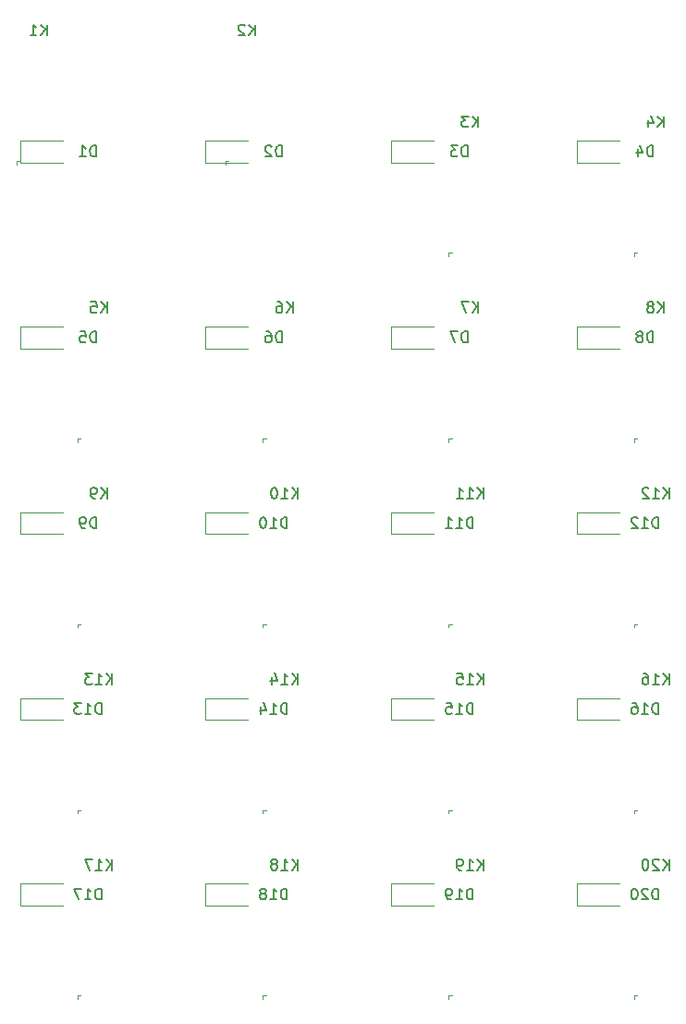
<source format=gbo>
%TF.GenerationSoftware,KiCad,Pcbnew,(5.1.10)-1*%
%TF.CreationDate,2021-08-08T16:05:11+01:00*%
%TF.ProjectId,bongopad,626f6e67-6f70-4616-942e-6b696361645f,1*%
%TF.SameCoordinates,PXb71b00PYb71b00*%
%TF.FileFunction,Legend,Bot*%
%TF.FilePolarity,Positive*%
%FSLAX46Y46*%
G04 Gerber Fmt 4.6, Leading zero omitted, Abs format (unit mm)*
G04 Created by KiCad (PCBNEW (5.1.10)-1) date 2021-08-08 16:05:11*
%MOMM*%
%LPD*%
G01*
G04 APERTURE LIST*
%ADD10C,0.120000*%
%ADD11C,0.150000*%
G04 APERTURE END LIST*
D10*
%TO.C,D20*%
X80100000Y-82200000D02*
X80100000Y-80200000D01*
X80100000Y-80200000D02*
X84000000Y-80200000D01*
X80100000Y-82200000D02*
X84000000Y-82200000D01*
%TO.C,D19*%
X63100000Y-82200000D02*
X63100000Y-80200000D01*
X63100000Y-80200000D02*
X67000000Y-80200000D01*
X63100000Y-82200000D02*
X67000000Y-82200000D01*
%TO.C,D18*%
X46100000Y-82200000D02*
X46100000Y-80200000D01*
X46100000Y-80200000D02*
X50000000Y-80200000D01*
X46100000Y-82200000D02*
X50000000Y-82200000D01*
%TO.C,D17*%
X29100000Y-82200000D02*
X29100000Y-80200000D01*
X29100000Y-80200000D02*
X33000000Y-80200000D01*
X29100000Y-82200000D02*
X33000000Y-82200000D01*
%TO.C,D16*%
X80100000Y-65200000D02*
X80100000Y-63200000D01*
X80100000Y-63200000D02*
X84000000Y-63200000D01*
X80100000Y-65200000D02*
X84000000Y-65200000D01*
%TO.C,D15*%
X63100000Y-65200000D02*
X63100000Y-63200000D01*
X63100000Y-63200000D02*
X67000000Y-63200000D01*
X63100000Y-65200000D02*
X67000000Y-65200000D01*
%TO.C,D14*%
X46100000Y-65200000D02*
X46100000Y-63200000D01*
X46100000Y-63200000D02*
X50000000Y-63200000D01*
X46100000Y-65200000D02*
X50000000Y-65200000D01*
%TO.C,D13*%
X29100000Y-65200000D02*
X29100000Y-63200000D01*
X29100000Y-63200000D02*
X33000000Y-63200000D01*
X29100000Y-65200000D02*
X33000000Y-65200000D01*
%TO.C,D12*%
X80100000Y-48200000D02*
X80100000Y-46200000D01*
X80100000Y-46200000D02*
X84000000Y-46200000D01*
X80100000Y-48200000D02*
X84000000Y-48200000D01*
%TO.C,D11*%
X63100000Y-48200000D02*
X63100000Y-46200000D01*
X63100000Y-46200000D02*
X67000000Y-46200000D01*
X63100000Y-48200000D02*
X67000000Y-48200000D01*
%TO.C,D10*%
X46100000Y-48200000D02*
X46100000Y-46200000D01*
X46100000Y-46200000D02*
X50000000Y-46200000D01*
X46100000Y-48200000D02*
X50000000Y-48200000D01*
%TO.C,D9*%
X29100000Y-48200000D02*
X29100000Y-46200000D01*
X29100000Y-46200000D02*
X33000000Y-46200000D01*
X29100000Y-48200000D02*
X33000000Y-48200000D01*
%TO.C,D8*%
X80100000Y-31200000D02*
X80100000Y-29200000D01*
X80100000Y-29200000D02*
X84000000Y-29200000D01*
X80100000Y-31200000D02*
X84000000Y-31200000D01*
%TO.C,D7*%
X63100000Y-31200000D02*
X63100000Y-29200000D01*
X63100000Y-29200000D02*
X67000000Y-29200000D01*
X63100000Y-31200000D02*
X67000000Y-31200000D01*
%TO.C,D6*%
X46100000Y-31200000D02*
X46100000Y-29200000D01*
X46100000Y-29200000D02*
X50000000Y-29200000D01*
X46100000Y-31200000D02*
X50000000Y-31200000D01*
%TO.C,D5*%
X29100000Y-31200000D02*
X29100000Y-29200000D01*
X29100000Y-29200000D02*
X33000000Y-29200000D01*
X29100000Y-31200000D02*
X33000000Y-31200000D01*
%TO.C,D4*%
X80100000Y-14200000D02*
X80100000Y-12200000D01*
X80100000Y-12200000D02*
X84000000Y-12200000D01*
X80100000Y-14200000D02*
X84000000Y-14200000D01*
%TO.C,D3*%
X63100000Y-14200000D02*
X63100000Y-12200000D01*
X63100000Y-12200000D02*
X67000000Y-12200000D01*
X63100000Y-14200000D02*
X67000000Y-14200000D01*
%TO.C,D2*%
X46100000Y-14200000D02*
X46100000Y-12200000D01*
X46100000Y-12200000D02*
X50000000Y-12200000D01*
X46100000Y-14200000D02*
X50000000Y-14200000D01*
%TO.C,D1*%
X29100000Y-14200000D02*
X29100000Y-12200000D01*
X29100000Y-12200000D02*
X33000000Y-12200000D01*
X29100000Y-14200000D02*
X33000000Y-14200000D01*
%TO.C,K1*%
X29135000Y-14065000D02*
X28835000Y-14065000D01*
X28835000Y-14065000D02*
X28835000Y-14365000D01*
%TO.C,K2*%
X48200000Y-14070000D02*
X47900000Y-14070000D01*
X47900000Y-14070000D02*
X47900000Y-14370000D01*
%TO.C,K6*%
X51650000Y-39450000D02*
X51350000Y-39450000D01*
X51350000Y-39450000D02*
X51350000Y-39750000D01*
%TO.C,K8*%
X85650000Y-39450000D02*
X85350000Y-39450000D01*
X85350000Y-39450000D02*
X85350000Y-39750000D01*
%TO.C,K10*%
X51650000Y-56450000D02*
X51350000Y-56450000D01*
X51350000Y-56450000D02*
X51350000Y-56750000D01*
%TO.C,K3*%
X68650000Y-22450000D02*
X68350000Y-22450000D01*
X68350000Y-22450000D02*
X68350000Y-22750000D01*
%TO.C,K4*%
X85650000Y-22450000D02*
X85350000Y-22450000D01*
X85350000Y-22450000D02*
X85350000Y-22750000D01*
%TO.C,K5*%
X34650000Y-39450000D02*
X34350000Y-39450000D01*
X34350000Y-39450000D02*
X34350000Y-39750000D01*
%TO.C,K7*%
X68650000Y-39450000D02*
X68350000Y-39450000D01*
X68350000Y-39450000D02*
X68350000Y-39750000D01*
%TO.C,K9*%
X34650000Y-56450000D02*
X34350000Y-56450000D01*
X34350000Y-56450000D02*
X34350000Y-56750000D01*
%TO.C,K13*%
X34650000Y-73450000D02*
X34350000Y-73450000D01*
X34350000Y-73450000D02*
X34350000Y-73750000D01*
%TO.C,K14*%
X51650000Y-73450000D02*
X51350000Y-73450000D01*
X51350000Y-73450000D02*
X51350000Y-73750000D01*
%TO.C,K15*%
X68650000Y-73450000D02*
X68350000Y-73450000D01*
X68350000Y-73450000D02*
X68350000Y-73750000D01*
%TO.C,K17*%
X34650000Y-90450000D02*
X34350000Y-90450000D01*
X34350000Y-90450000D02*
X34350000Y-90750000D01*
%TO.C,K18*%
X51650000Y-90450000D02*
X51350000Y-90450000D01*
X51350000Y-90450000D02*
X51350000Y-90750000D01*
%TO.C,K19*%
X68650000Y-90450000D02*
X68350000Y-90450000D01*
X68350000Y-90450000D02*
X68350000Y-90750000D01*
%TO.C,K20*%
X85650000Y-90450000D02*
X85350000Y-90450000D01*
X85350000Y-90450000D02*
X85350000Y-90750000D01*
%TO.C,K12*%
X85650000Y-56450000D02*
X85350000Y-56450000D01*
X85350000Y-56450000D02*
X85350000Y-56750000D01*
%TO.C,K11*%
X68650000Y-56450000D02*
X68350000Y-56450000D01*
X68350000Y-56450000D02*
X68350000Y-56750000D01*
%TO.C,K16*%
X85650000Y-73450000D02*
X85350000Y-73450000D01*
X85350000Y-73450000D02*
X85350000Y-73750000D01*
%TO.C,D20*%
D11*
X87564285Y-81652380D02*
X87564285Y-80652380D01*
X87326190Y-80652380D01*
X87183333Y-80700000D01*
X87088095Y-80795238D01*
X87040476Y-80890476D01*
X86992857Y-81080952D01*
X86992857Y-81223809D01*
X87040476Y-81414285D01*
X87088095Y-81509523D01*
X87183333Y-81604761D01*
X87326190Y-81652380D01*
X87564285Y-81652380D01*
X86611904Y-80747619D02*
X86564285Y-80700000D01*
X86469047Y-80652380D01*
X86230952Y-80652380D01*
X86135714Y-80700000D01*
X86088095Y-80747619D01*
X86040476Y-80842857D01*
X86040476Y-80938095D01*
X86088095Y-81080952D01*
X86659523Y-81652380D01*
X86040476Y-81652380D01*
X85421428Y-80652380D02*
X85326190Y-80652380D01*
X85230952Y-80700000D01*
X85183333Y-80747619D01*
X85135714Y-80842857D01*
X85088095Y-81033333D01*
X85088095Y-81271428D01*
X85135714Y-81461904D01*
X85183333Y-81557142D01*
X85230952Y-81604761D01*
X85326190Y-81652380D01*
X85421428Y-81652380D01*
X85516666Y-81604761D01*
X85564285Y-81557142D01*
X85611904Y-81461904D01*
X85659523Y-81271428D01*
X85659523Y-81033333D01*
X85611904Y-80842857D01*
X85564285Y-80747619D01*
X85516666Y-80700000D01*
X85421428Y-80652380D01*
%TO.C,D19*%
X70564285Y-81652380D02*
X70564285Y-80652380D01*
X70326190Y-80652380D01*
X70183333Y-80700000D01*
X70088095Y-80795238D01*
X70040476Y-80890476D01*
X69992857Y-81080952D01*
X69992857Y-81223809D01*
X70040476Y-81414285D01*
X70088095Y-81509523D01*
X70183333Y-81604761D01*
X70326190Y-81652380D01*
X70564285Y-81652380D01*
X69040476Y-81652380D02*
X69611904Y-81652380D01*
X69326190Y-81652380D02*
X69326190Y-80652380D01*
X69421428Y-80795238D01*
X69516666Y-80890476D01*
X69611904Y-80938095D01*
X68564285Y-81652380D02*
X68373809Y-81652380D01*
X68278571Y-81604761D01*
X68230952Y-81557142D01*
X68135714Y-81414285D01*
X68088095Y-81223809D01*
X68088095Y-80842857D01*
X68135714Y-80747619D01*
X68183333Y-80700000D01*
X68278571Y-80652380D01*
X68469047Y-80652380D01*
X68564285Y-80700000D01*
X68611904Y-80747619D01*
X68659523Y-80842857D01*
X68659523Y-81080952D01*
X68611904Y-81176190D01*
X68564285Y-81223809D01*
X68469047Y-81271428D01*
X68278571Y-81271428D01*
X68183333Y-81223809D01*
X68135714Y-81176190D01*
X68088095Y-81080952D01*
%TO.C,D18*%
X53564285Y-81652380D02*
X53564285Y-80652380D01*
X53326190Y-80652380D01*
X53183333Y-80700000D01*
X53088095Y-80795238D01*
X53040476Y-80890476D01*
X52992857Y-81080952D01*
X52992857Y-81223809D01*
X53040476Y-81414285D01*
X53088095Y-81509523D01*
X53183333Y-81604761D01*
X53326190Y-81652380D01*
X53564285Y-81652380D01*
X52040476Y-81652380D02*
X52611904Y-81652380D01*
X52326190Y-81652380D02*
X52326190Y-80652380D01*
X52421428Y-80795238D01*
X52516666Y-80890476D01*
X52611904Y-80938095D01*
X51469047Y-81080952D02*
X51564285Y-81033333D01*
X51611904Y-80985714D01*
X51659523Y-80890476D01*
X51659523Y-80842857D01*
X51611904Y-80747619D01*
X51564285Y-80700000D01*
X51469047Y-80652380D01*
X51278571Y-80652380D01*
X51183333Y-80700000D01*
X51135714Y-80747619D01*
X51088095Y-80842857D01*
X51088095Y-80890476D01*
X51135714Y-80985714D01*
X51183333Y-81033333D01*
X51278571Y-81080952D01*
X51469047Y-81080952D01*
X51564285Y-81128571D01*
X51611904Y-81176190D01*
X51659523Y-81271428D01*
X51659523Y-81461904D01*
X51611904Y-81557142D01*
X51564285Y-81604761D01*
X51469047Y-81652380D01*
X51278571Y-81652380D01*
X51183333Y-81604761D01*
X51135714Y-81557142D01*
X51088095Y-81461904D01*
X51088095Y-81271428D01*
X51135714Y-81176190D01*
X51183333Y-81128571D01*
X51278571Y-81080952D01*
%TO.C,D17*%
X36564285Y-81652380D02*
X36564285Y-80652380D01*
X36326190Y-80652380D01*
X36183333Y-80700000D01*
X36088095Y-80795238D01*
X36040476Y-80890476D01*
X35992857Y-81080952D01*
X35992857Y-81223809D01*
X36040476Y-81414285D01*
X36088095Y-81509523D01*
X36183333Y-81604761D01*
X36326190Y-81652380D01*
X36564285Y-81652380D01*
X35040476Y-81652380D02*
X35611904Y-81652380D01*
X35326190Y-81652380D02*
X35326190Y-80652380D01*
X35421428Y-80795238D01*
X35516666Y-80890476D01*
X35611904Y-80938095D01*
X34707142Y-80652380D02*
X34040476Y-80652380D01*
X34469047Y-81652380D01*
%TO.C,D16*%
X87564285Y-64652380D02*
X87564285Y-63652380D01*
X87326190Y-63652380D01*
X87183333Y-63700000D01*
X87088095Y-63795238D01*
X87040476Y-63890476D01*
X86992857Y-64080952D01*
X86992857Y-64223809D01*
X87040476Y-64414285D01*
X87088095Y-64509523D01*
X87183333Y-64604761D01*
X87326190Y-64652380D01*
X87564285Y-64652380D01*
X86040476Y-64652380D02*
X86611904Y-64652380D01*
X86326190Y-64652380D02*
X86326190Y-63652380D01*
X86421428Y-63795238D01*
X86516666Y-63890476D01*
X86611904Y-63938095D01*
X85183333Y-63652380D02*
X85373809Y-63652380D01*
X85469047Y-63700000D01*
X85516666Y-63747619D01*
X85611904Y-63890476D01*
X85659523Y-64080952D01*
X85659523Y-64461904D01*
X85611904Y-64557142D01*
X85564285Y-64604761D01*
X85469047Y-64652380D01*
X85278571Y-64652380D01*
X85183333Y-64604761D01*
X85135714Y-64557142D01*
X85088095Y-64461904D01*
X85088095Y-64223809D01*
X85135714Y-64128571D01*
X85183333Y-64080952D01*
X85278571Y-64033333D01*
X85469047Y-64033333D01*
X85564285Y-64080952D01*
X85611904Y-64128571D01*
X85659523Y-64223809D01*
%TO.C,D15*%
X70564285Y-64652380D02*
X70564285Y-63652380D01*
X70326190Y-63652380D01*
X70183333Y-63700000D01*
X70088095Y-63795238D01*
X70040476Y-63890476D01*
X69992857Y-64080952D01*
X69992857Y-64223809D01*
X70040476Y-64414285D01*
X70088095Y-64509523D01*
X70183333Y-64604761D01*
X70326190Y-64652380D01*
X70564285Y-64652380D01*
X69040476Y-64652380D02*
X69611904Y-64652380D01*
X69326190Y-64652380D02*
X69326190Y-63652380D01*
X69421428Y-63795238D01*
X69516666Y-63890476D01*
X69611904Y-63938095D01*
X68135714Y-63652380D02*
X68611904Y-63652380D01*
X68659523Y-64128571D01*
X68611904Y-64080952D01*
X68516666Y-64033333D01*
X68278571Y-64033333D01*
X68183333Y-64080952D01*
X68135714Y-64128571D01*
X68088095Y-64223809D01*
X68088095Y-64461904D01*
X68135714Y-64557142D01*
X68183333Y-64604761D01*
X68278571Y-64652380D01*
X68516666Y-64652380D01*
X68611904Y-64604761D01*
X68659523Y-64557142D01*
%TO.C,D14*%
X53564285Y-64652380D02*
X53564285Y-63652380D01*
X53326190Y-63652380D01*
X53183333Y-63700000D01*
X53088095Y-63795238D01*
X53040476Y-63890476D01*
X52992857Y-64080952D01*
X52992857Y-64223809D01*
X53040476Y-64414285D01*
X53088095Y-64509523D01*
X53183333Y-64604761D01*
X53326190Y-64652380D01*
X53564285Y-64652380D01*
X52040476Y-64652380D02*
X52611904Y-64652380D01*
X52326190Y-64652380D02*
X52326190Y-63652380D01*
X52421428Y-63795238D01*
X52516666Y-63890476D01*
X52611904Y-63938095D01*
X51183333Y-63985714D02*
X51183333Y-64652380D01*
X51421428Y-63604761D02*
X51659523Y-64319047D01*
X51040476Y-64319047D01*
%TO.C,D13*%
X36564285Y-64652380D02*
X36564285Y-63652380D01*
X36326190Y-63652380D01*
X36183333Y-63700000D01*
X36088095Y-63795238D01*
X36040476Y-63890476D01*
X35992857Y-64080952D01*
X35992857Y-64223809D01*
X36040476Y-64414285D01*
X36088095Y-64509523D01*
X36183333Y-64604761D01*
X36326190Y-64652380D01*
X36564285Y-64652380D01*
X35040476Y-64652380D02*
X35611904Y-64652380D01*
X35326190Y-64652380D02*
X35326190Y-63652380D01*
X35421428Y-63795238D01*
X35516666Y-63890476D01*
X35611904Y-63938095D01*
X34707142Y-63652380D02*
X34088095Y-63652380D01*
X34421428Y-64033333D01*
X34278571Y-64033333D01*
X34183333Y-64080952D01*
X34135714Y-64128571D01*
X34088095Y-64223809D01*
X34088095Y-64461904D01*
X34135714Y-64557142D01*
X34183333Y-64604761D01*
X34278571Y-64652380D01*
X34564285Y-64652380D01*
X34659523Y-64604761D01*
X34707142Y-64557142D01*
%TO.C,D12*%
X87564285Y-47652380D02*
X87564285Y-46652380D01*
X87326190Y-46652380D01*
X87183333Y-46700000D01*
X87088095Y-46795238D01*
X87040476Y-46890476D01*
X86992857Y-47080952D01*
X86992857Y-47223809D01*
X87040476Y-47414285D01*
X87088095Y-47509523D01*
X87183333Y-47604761D01*
X87326190Y-47652380D01*
X87564285Y-47652380D01*
X86040476Y-47652380D02*
X86611904Y-47652380D01*
X86326190Y-47652380D02*
X86326190Y-46652380D01*
X86421428Y-46795238D01*
X86516666Y-46890476D01*
X86611904Y-46938095D01*
X85659523Y-46747619D02*
X85611904Y-46700000D01*
X85516666Y-46652380D01*
X85278571Y-46652380D01*
X85183333Y-46700000D01*
X85135714Y-46747619D01*
X85088095Y-46842857D01*
X85088095Y-46938095D01*
X85135714Y-47080952D01*
X85707142Y-47652380D01*
X85088095Y-47652380D01*
%TO.C,D11*%
X70564285Y-47652380D02*
X70564285Y-46652380D01*
X70326190Y-46652380D01*
X70183333Y-46700000D01*
X70088095Y-46795238D01*
X70040476Y-46890476D01*
X69992857Y-47080952D01*
X69992857Y-47223809D01*
X70040476Y-47414285D01*
X70088095Y-47509523D01*
X70183333Y-47604761D01*
X70326190Y-47652380D01*
X70564285Y-47652380D01*
X69040476Y-47652380D02*
X69611904Y-47652380D01*
X69326190Y-47652380D02*
X69326190Y-46652380D01*
X69421428Y-46795238D01*
X69516666Y-46890476D01*
X69611904Y-46938095D01*
X68088095Y-47652380D02*
X68659523Y-47652380D01*
X68373809Y-47652380D02*
X68373809Y-46652380D01*
X68469047Y-46795238D01*
X68564285Y-46890476D01*
X68659523Y-46938095D01*
%TO.C,D10*%
X53564285Y-47652380D02*
X53564285Y-46652380D01*
X53326190Y-46652380D01*
X53183333Y-46700000D01*
X53088095Y-46795238D01*
X53040476Y-46890476D01*
X52992857Y-47080952D01*
X52992857Y-47223809D01*
X53040476Y-47414285D01*
X53088095Y-47509523D01*
X53183333Y-47604761D01*
X53326190Y-47652380D01*
X53564285Y-47652380D01*
X52040476Y-47652380D02*
X52611904Y-47652380D01*
X52326190Y-47652380D02*
X52326190Y-46652380D01*
X52421428Y-46795238D01*
X52516666Y-46890476D01*
X52611904Y-46938095D01*
X51421428Y-46652380D02*
X51326190Y-46652380D01*
X51230952Y-46700000D01*
X51183333Y-46747619D01*
X51135714Y-46842857D01*
X51088095Y-47033333D01*
X51088095Y-47271428D01*
X51135714Y-47461904D01*
X51183333Y-47557142D01*
X51230952Y-47604761D01*
X51326190Y-47652380D01*
X51421428Y-47652380D01*
X51516666Y-47604761D01*
X51564285Y-47557142D01*
X51611904Y-47461904D01*
X51659523Y-47271428D01*
X51659523Y-47033333D01*
X51611904Y-46842857D01*
X51564285Y-46747619D01*
X51516666Y-46700000D01*
X51421428Y-46652380D01*
%TO.C,D9*%
X36088095Y-47652380D02*
X36088095Y-46652380D01*
X35850000Y-46652380D01*
X35707142Y-46700000D01*
X35611904Y-46795238D01*
X35564285Y-46890476D01*
X35516666Y-47080952D01*
X35516666Y-47223809D01*
X35564285Y-47414285D01*
X35611904Y-47509523D01*
X35707142Y-47604761D01*
X35850000Y-47652380D01*
X36088095Y-47652380D01*
X35040476Y-47652380D02*
X34850000Y-47652380D01*
X34754761Y-47604761D01*
X34707142Y-47557142D01*
X34611904Y-47414285D01*
X34564285Y-47223809D01*
X34564285Y-46842857D01*
X34611904Y-46747619D01*
X34659523Y-46700000D01*
X34754761Y-46652380D01*
X34945238Y-46652380D01*
X35040476Y-46700000D01*
X35088095Y-46747619D01*
X35135714Y-46842857D01*
X35135714Y-47080952D01*
X35088095Y-47176190D01*
X35040476Y-47223809D01*
X34945238Y-47271428D01*
X34754761Y-47271428D01*
X34659523Y-47223809D01*
X34611904Y-47176190D01*
X34564285Y-47080952D01*
%TO.C,D8*%
X87088095Y-30652380D02*
X87088095Y-29652380D01*
X86850000Y-29652380D01*
X86707142Y-29700000D01*
X86611904Y-29795238D01*
X86564285Y-29890476D01*
X86516666Y-30080952D01*
X86516666Y-30223809D01*
X86564285Y-30414285D01*
X86611904Y-30509523D01*
X86707142Y-30604761D01*
X86850000Y-30652380D01*
X87088095Y-30652380D01*
X85945238Y-30080952D02*
X86040476Y-30033333D01*
X86088095Y-29985714D01*
X86135714Y-29890476D01*
X86135714Y-29842857D01*
X86088095Y-29747619D01*
X86040476Y-29700000D01*
X85945238Y-29652380D01*
X85754761Y-29652380D01*
X85659523Y-29700000D01*
X85611904Y-29747619D01*
X85564285Y-29842857D01*
X85564285Y-29890476D01*
X85611904Y-29985714D01*
X85659523Y-30033333D01*
X85754761Y-30080952D01*
X85945238Y-30080952D01*
X86040476Y-30128571D01*
X86088095Y-30176190D01*
X86135714Y-30271428D01*
X86135714Y-30461904D01*
X86088095Y-30557142D01*
X86040476Y-30604761D01*
X85945238Y-30652380D01*
X85754761Y-30652380D01*
X85659523Y-30604761D01*
X85611904Y-30557142D01*
X85564285Y-30461904D01*
X85564285Y-30271428D01*
X85611904Y-30176190D01*
X85659523Y-30128571D01*
X85754761Y-30080952D01*
%TO.C,D7*%
X70088095Y-30652380D02*
X70088095Y-29652380D01*
X69850000Y-29652380D01*
X69707142Y-29700000D01*
X69611904Y-29795238D01*
X69564285Y-29890476D01*
X69516666Y-30080952D01*
X69516666Y-30223809D01*
X69564285Y-30414285D01*
X69611904Y-30509523D01*
X69707142Y-30604761D01*
X69850000Y-30652380D01*
X70088095Y-30652380D01*
X69183333Y-29652380D02*
X68516666Y-29652380D01*
X68945238Y-30652380D01*
%TO.C,D6*%
X53088095Y-30652380D02*
X53088095Y-29652380D01*
X52850000Y-29652380D01*
X52707142Y-29700000D01*
X52611904Y-29795238D01*
X52564285Y-29890476D01*
X52516666Y-30080952D01*
X52516666Y-30223809D01*
X52564285Y-30414285D01*
X52611904Y-30509523D01*
X52707142Y-30604761D01*
X52850000Y-30652380D01*
X53088095Y-30652380D01*
X51659523Y-29652380D02*
X51850000Y-29652380D01*
X51945238Y-29700000D01*
X51992857Y-29747619D01*
X52088095Y-29890476D01*
X52135714Y-30080952D01*
X52135714Y-30461904D01*
X52088095Y-30557142D01*
X52040476Y-30604761D01*
X51945238Y-30652380D01*
X51754761Y-30652380D01*
X51659523Y-30604761D01*
X51611904Y-30557142D01*
X51564285Y-30461904D01*
X51564285Y-30223809D01*
X51611904Y-30128571D01*
X51659523Y-30080952D01*
X51754761Y-30033333D01*
X51945238Y-30033333D01*
X52040476Y-30080952D01*
X52088095Y-30128571D01*
X52135714Y-30223809D01*
%TO.C,D5*%
X36088095Y-30652380D02*
X36088095Y-29652380D01*
X35850000Y-29652380D01*
X35707142Y-29700000D01*
X35611904Y-29795238D01*
X35564285Y-29890476D01*
X35516666Y-30080952D01*
X35516666Y-30223809D01*
X35564285Y-30414285D01*
X35611904Y-30509523D01*
X35707142Y-30604761D01*
X35850000Y-30652380D01*
X36088095Y-30652380D01*
X34611904Y-29652380D02*
X35088095Y-29652380D01*
X35135714Y-30128571D01*
X35088095Y-30080952D01*
X34992857Y-30033333D01*
X34754761Y-30033333D01*
X34659523Y-30080952D01*
X34611904Y-30128571D01*
X34564285Y-30223809D01*
X34564285Y-30461904D01*
X34611904Y-30557142D01*
X34659523Y-30604761D01*
X34754761Y-30652380D01*
X34992857Y-30652380D01*
X35088095Y-30604761D01*
X35135714Y-30557142D01*
%TO.C,D4*%
X87088095Y-13652380D02*
X87088095Y-12652380D01*
X86850000Y-12652380D01*
X86707142Y-12700000D01*
X86611904Y-12795238D01*
X86564285Y-12890476D01*
X86516666Y-13080952D01*
X86516666Y-13223809D01*
X86564285Y-13414285D01*
X86611904Y-13509523D01*
X86707142Y-13604761D01*
X86850000Y-13652380D01*
X87088095Y-13652380D01*
X85659523Y-12985714D02*
X85659523Y-13652380D01*
X85897619Y-12604761D02*
X86135714Y-13319047D01*
X85516666Y-13319047D01*
%TO.C,D3*%
X70088095Y-13652380D02*
X70088095Y-12652380D01*
X69850000Y-12652380D01*
X69707142Y-12700000D01*
X69611904Y-12795238D01*
X69564285Y-12890476D01*
X69516666Y-13080952D01*
X69516666Y-13223809D01*
X69564285Y-13414285D01*
X69611904Y-13509523D01*
X69707142Y-13604761D01*
X69850000Y-13652380D01*
X70088095Y-13652380D01*
X69183333Y-12652380D02*
X68564285Y-12652380D01*
X68897619Y-13033333D01*
X68754761Y-13033333D01*
X68659523Y-13080952D01*
X68611904Y-13128571D01*
X68564285Y-13223809D01*
X68564285Y-13461904D01*
X68611904Y-13557142D01*
X68659523Y-13604761D01*
X68754761Y-13652380D01*
X69040476Y-13652380D01*
X69135714Y-13604761D01*
X69183333Y-13557142D01*
%TO.C,D2*%
X53088095Y-13652380D02*
X53088095Y-12652380D01*
X52850000Y-12652380D01*
X52707142Y-12700000D01*
X52611904Y-12795238D01*
X52564285Y-12890476D01*
X52516666Y-13080952D01*
X52516666Y-13223809D01*
X52564285Y-13414285D01*
X52611904Y-13509523D01*
X52707142Y-13604761D01*
X52850000Y-13652380D01*
X53088095Y-13652380D01*
X52135714Y-12747619D02*
X52088095Y-12700000D01*
X51992857Y-12652380D01*
X51754761Y-12652380D01*
X51659523Y-12700000D01*
X51611904Y-12747619D01*
X51564285Y-12842857D01*
X51564285Y-12938095D01*
X51611904Y-13080952D01*
X52183333Y-13652380D01*
X51564285Y-13652380D01*
%TO.C,D1*%
X36088095Y-13652380D02*
X36088095Y-12652380D01*
X35850000Y-12652380D01*
X35707142Y-12700000D01*
X35611904Y-12795238D01*
X35564285Y-12890476D01*
X35516666Y-13080952D01*
X35516666Y-13223809D01*
X35564285Y-13414285D01*
X35611904Y-13509523D01*
X35707142Y-13604761D01*
X35850000Y-13652380D01*
X36088095Y-13652380D01*
X34564285Y-13652380D02*
X35135714Y-13652380D01*
X34850000Y-13652380D02*
X34850000Y-12652380D01*
X34945238Y-12795238D01*
X35040476Y-12890476D01*
X35135714Y-12938095D01*
%TO.C,K1*%
X31573095Y-2567380D02*
X31573095Y-1567380D01*
X31001666Y-2567380D02*
X31430238Y-1995952D01*
X31001666Y-1567380D02*
X31573095Y-2138809D01*
X30049285Y-2567380D02*
X30620714Y-2567380D01*
X30335000Y-2567380D02*
X30335000Y-1567380D01*
X30430238Y-1710238D01*
X30525476Y-1805476D01*
X30620714Y-1853095D01*
%TO.C,K2*%
X50638095Y-2572380D02*
X50638095Y-1572380D01*
X50066666Y-2572380D02*
X50495238Y-2000952D01*
X50066666Y-1572380D02*
X50638095Y-2143809D01*
X49685714Y-1667619D02*
X49638095Y-1620000D01*
X49542857Y-1572380D01*
X49304761Y-1572380D01*
X49209523Y-1620000D01*
X49161904Y-1667619D01*
X49114285Y-1762857D01*
X49114285Y-1858095D01*
X49161904Y-2000952D01*
X49733333Y-2572380D01*
X49114285Y-2572380D01*
%TO.C,K6*%
X54088095Y-27952380D02*
X54088095Y-26952380D01*
X53516666Y-27952380D02*
X53945238Y-27380952D01*
X53516666Y-26952380D02*
X54088095Y-27523809D01*
X52659523Y-26952380D02*
X52850000Y-26952380D01*
X52945238Y-27000000D01*
X52992857Y-27047619D01*
X53088095Y-27190476D01*
X53135714Y-27380952D01*
X53135714Y-27761904D01*
X53088095Y-27857142D01*
X53040476Y-27904761D01*
X52945238Y-27952380D01*
X52754761Y-27952380D01*
X52659523Y-27904761D01*
X52611904Y-27857142D01*
X52564285Y-27761904D01*
X52564285Y-27523809D01*
X52611904Y-27428571D01*
X52659523Y-27380952D01*
X52754761Y-27333333D01*
X52945238Y-27333333D01*
X53040476Y-27380952D01*
X53088095Y-27428571D01*
X53135714Y-27523809D01*
%TO.C,K8*%
X88088095Y-27952380D02*
X88088095Y-26952380D01*
X87516666Y-27952380D02*
X87945238Y-27380952D01*
X87516666Y-26952380D02*
X88088095Y-27523809D01*
X86945238Y-27380952D02*
X87040476Y-27333333D01*
X87088095Y-27285714D01*
X87135714Y-27190476D01*
X87135714Y-27142857D01*
X87088095Y-27047619D01*
X87040476Y-27000000D01*
X86945238Y-26952380D01*
X86754761Y-26952380D01*
X86659523Y-27000000D01*
X86611904Y-27047619D01*
X86564285Y-27142857D01*
X86564285Y-27190476D01*
X86611904Y-27285714D01*
X86659523Y-27333333D01*
X86754761Y-27380952D01*
X86945238Y-27380952D01*
X87040476Y-27428571D01*
X87088095Y-27476190D01*
X87135714Y-27571428D01*
X87135714Y-27761904D01*
X87088095Y-27857142D01*
X87040476Y-27904761D01*
X86945238Y-27952380D01*
X86754761Y-27952380D01*
X86659523Y-27904761D01*
X86611904Y-27857142D01*
X86564285Y-27761904D01*
X86564285Y-27571428D01*
X86611904Y-27476190D01*
X86659523Y-27428571D01*
X86754761Y-27380952D01*
%TO.C,K10*%
X54564285Y-44952380D02*
X54564285Y-43952380D01*
X53992857Y-44952380D02*
X54421428Y-44380952D01*
X53992857Y-43952380D02*
X54564285Y-44523809D01*
X53040476Y-44952380D02*
X53611904Y-44952380D01*
X53326190Y-44952380D02*
X53326190Y-43952380D01*
X53421428Y-44095238D01*
X53516666Y-44190476D01*
X53611904Y-44238095D01*
X52421428Y-43952380D02*
X52326190Y-43952380D01*
X52230952Y-44000000D01*
X52183333Y-44047619D01*
X52135714Y-44142857D01*
X52088095Y-44333333D01*
X52088095Y-44571428D01*
X52135714Y-44761904D01*
X52183333Y-44857142D01*
X52230952Y-44904761D01*
X52326190Y-44952380D01*
X52421428Y-44952380D01*
X52516666Y-44904761D01*
X52564285Y-44857142D01*
X52611904Y-44761904D01*
X52659523Y-44571428D01*
X52659523Y-44333333D01*
X52611904Y-44142857D01*
X52564285Y-44047619D01*
X52516666Y-44000000D01*
X52421428Y-43952380D01*
%TO.C,K3*%
X71088095Y-10952380D02*
X71088095Y-9952380D01*
X70516666Y-10952380D02*
X70945238Y-10380952D01*
X70516666Y-9952380D02*
X71088095Y-10523809D01*
X70183333Y-9952380D02*
X69564285Y-9952380D01*
X69897619Y-10333333D01*
X69754761Y-10333333D01*
X69659523Y-10380952D01*
X69611904Y-10428571D01*
X69564285Y-10523809D01*
X69564285Y-10761904D01*
X69611904Y-10857142D01*
X69659523Y-10904761D01*
X69754761Y-10952380D01*
X70040476Y-10952380D01*
X70135714Y-10904761D01*
X70183333Y-10857142D01*
%TO.C,K4*%
X88088095Y-10952380D02*
X88088095Y-9952380D01*
X87516666Y-10952380D02*
X87945238Y-10380952D01*
X87516666Y-9952380D02*
X88088095Y-10523809D01*
X86659523Y-10285714D02*
X86659523Y-10952380D01*
X86897619Y-9904761D02*
X87135714Y-10619047D01*
X86516666Y-10619047D01*
%TO.C,K5*%
X37088095Y-27952380D02*
X37088095Y-26952380D01*
X36516666Y-27952380D02*
X36945238Y-27380952D01*
X36516666Y-26952380D02*
X37088095Y-27523809D01*
X35611904Y-26952380D02*
X36088095Y-26952380D01*
X36135714Y-27428571D01*
X36088095Y-27380952D01*
X35992857Y-27333333D01*
X35754761Y-27333333D01*
X35659523Y-27380952D01*
X35611904Y-27428571D01*
X35564285Y-27523809D01*
X35564285Y-27761904D01*
X35611904Y-27857142D01*
X35659523Y-27904761D01*
X35754761Y-27952380D01*
X35992857Y-27952380D01*
X36088095Y-27904761D01*
X36135714Y-27857142D01*
%TO.C,K7*%
X71088095Y-27952380D02*
X71088095Y-26952380D01*
X70516666Y-27952380D02*
X70945238Y-27380952D01*
X70516666Y-26952380D02*
X71088095Y-27523809D01*
X70183333Y-26952380D02*
X69516666Y-26952380D01*
X69945238Y-27952380D01*
%TO.C,K9*%
X37088095Y-44952380D02*
X37088095Y-43952380D01*
X36516666Y-44952380D02*
X36945238Y-44380952D01*
X36516666Y-43952380D02*
X37088095Y-44523809D01*
X36040476Y-44952380D02*
X35850000Y-44952380D01*
X35754761Y-44904761D01*
X35707142Y-44857142D01*
X35611904Y-44714285D01*
X35564285Y-44523809D01*
X35564285Y-44142857D01*
X35611904Y-44047619D01*
X35659523Y-44000000D01*
X35754761Y-43952380D01*
X35945238Y-43952380D01*
X36040476Y-44000000D01*
X36088095Y-44047619D01*
X36135714Y-44142857D01*
X36135714Y-44380952D01*
X36088095Y-44476190D01*
X36040476Y-44523809D01*
X35945238Y-44571428D01*
X35754761Y-44571428D01*
X35659523Y-44523809D01*
X35611904Y-44476190D01*
X35564285Y-44380952D01*
%TO.C,K13*%
X37564285Y-61952380D02*
X37564285Y-60952380D01*
X36992857Y-61952380D02*
X37421428Y-61380952D01*
X36992857Y-60952380D02*
X37564285Y-61523809D01*
X36040476Y-61952380D02*
X36611904Y-61952380D01*
X36326190Y-61952380D02*
X36326190Y-60952380D01*
X36421428Y-61095238D01*
X36516666Y-61190476D01*
X36611904Y-61238095D01*
X35707142Y-60952380D02*
X35088095Y-60952380D01*
X35421428Y-61333333D01*
X35278571Y-61333333D01*
X35183333Y-61380952D01*
X35135714Y-61428571D01*
X35088095Y-61523809D01*
X35088095Y-61761904D01*
X35135714Y-61857142D01*
X35183333Y-61904761D01*
X35278571Y-61952380D01*
X35564285Y-61952380D01*
X35659523Y-61904761D01*
X35707142Y-61857142D01*
%TO.C,K14*%
X54564285Y-61952380D02*
X54564285Y-60952380D01*
X53992857Y-61952380D02*
X54421428Y-61380952D01*
X53992857Y-60952380D02*
X54564285Y-61523809D01*
X53040476Y-61952380D02*
X53611904Y-61952380D01*
X53326190Y-61952380D02*
X53326190Y-60952380D01*
X53421428Y-61095238D01*
X53516666Y-61190476D01*
X53611904Y-61238095D01*
X52183333Y-61285714D02*
X52183333Y-61952380D01*
X52421428Y-60904761D02*
X52659523Y-61619047D01*
X52040476Y-61619047D01*
%TO.C,K15*%
X71564285Y-61952380D02*
X71564285Y-60952380D01*
X70992857Y-61952380D02*
X71421428Y-61380952D01*
X70992857Y-60952380D02*
X71564285Y-61523809D01*
X70040476Y-61952380D02*
X70611904Y-61952380D01*
X70326190Y-61952380D02*
X70326190Y-60952380D01*
X70421428Y-61095238D01*
X70516666Y-61190476D01*
X70611904Y-61238095D01*
X69135714Y-60952380D02*
X69611904Y-60952380D01*
X69659523Y-61428571D01*
X69611904Y-61380952D01*
X69516666Y-61333333D01*
X69278571Y-61333333D01*
X69183333Y-61380952D01*
X69135714Y-61428571D01*
X69088095Y-61523809D01*
X69088095Y-61761904D01*
X69135714Y-61857142D01*
X69183333Y-61904761D01*
X69278571Y-61952380D01*
X69516666Y-61952380D01*
X69611904Y-61904761D01*
X69659523Y-61857142D01*
%TO.C,K17*%
X37564285Y-78952380D02*
X37564285Y-77952380D01*
X36992857Y-78952380D02*
X37421428Y-78380952D01*
X36992857Y-77952380D02*
X37564285Y-78523809D01*
X36040476Y-78952380D02*
X36611904Y-78952380D01*
X36326190Y-78952380D02*
X36326190Y-77952380D01*
X36421428Y-78095238D01*
X36516666Y-78190476D01*
X36611904Y-78238095D01*
X35707142Y-77952380D02*
X35040476Y-77952380D01*
X35469047Y-78952380D01*
%TO.C,K18*%
X54564285Y-78952380D02*
X54564285Y-77952380D01*
X53992857Y-78952380D02*
X54421428Y-78380952D01*
X53992857Y-77952380D02*
X54564285Y-78523809D01*
X53040476Y-78952380D02*
X53611904Y-78952380D01*
X53326190Y-78952380D02*
X53326190Y-77952380D01*
X53421428Y-78095238D01*
X53516666Y-78190476D01*
X53611904Y-78238095D01*
X52469047Y-78380952D02*
X52564285Y-78333333D01*
X52611904Y-78285714D01*
X52659523Y-78190476D01*
X52659523Y-78142857D01*
X52611904Y-78047619D01*
X52564285Y-78000000D01*
X52469047Y-77952380D01*
X52278571Y-77952380D01*
X52183333Y-78000000D01*
X52135714Y-78047619D01*
X52088095Y-78142857D01*
X52088095Y-78190476D01*
X52135714Y-78285714D01*
X52183333Y-78333333D01*
X52278571Y-78380952D01*
X52469047Y-78380952D01*
X52564285Y-78428571D01*
X52611904Y-78476190D01*
X52659523Y-78571428D01*
X52659523Y-78761904D01*
X52611904Y-78857142D01*
X52564285Y-78904761D01*
X52469047Y-78952380D01*
X52278571Y-78952380D01*
X52183333Y-78904761D01*
X52135714Y-78857142D01*
X52088095Y-78761904D01*
X52088095Y-78571428D01*
X52135714Y-78476190D01*
X52183333Y-78428571D01*
X52278571Y-78380952D01*
%TO.C,K19*%
X71564285Y-78952380D02*
X71564285Y-77952380D01*
X70992857Y-78952380D02*
X71421428Y-78380952D01*
X70992857Y-77952380D02*
X71564285Y-78523809D01*
X70040476Y-78952380D02*
X70611904Y-78952380D01*
X70326190Y-78952380D02*
X70326190Y-77952380D01*
X70421428Y-78095238D01*
X70516666Y-78190476D01*
X70611904Y-78238095D01*
X69564285Y-78952380D02*
X69373809Y-78952380D01*
X69278571Y-78904761D01*
X69230952Y-78857142D01*
X69135714Y-78714285D01*
X69088095Y-78523809D01*
X69088095Y-78142857D01*
X69135714Y-78047619D01*
X69183333Y-78000000D01*
X69278571Y-77952380D01*
X69469047Y-77952380D01*
X69564285Y-78000000D01*
X69611904Y-78047619D01*
X69659523Y-78142857D01*
X69659523Y-78380952D01*
X69611904Y-78476190D01*
X69564285Y-78523809D01*
X69469047Y-78571428D01*
X69278571Y-78571428D01*
X69183333Y-78523809D01*
X69135714Y-78476190D01*
X69088095Y-78380952D01*
%TO.C,K20*%
X88564285Y-78952380D02*
X88564285Y-77952380D01*
X87992857Y-78952380D02*
X88421428Y-78380952D01*
X87992857Y-77952380D02*
X88564285Y-78523809D01*
X87611904Y-78047619D02*
X87564285Y-78000000D01*
X87469047Y-77952380D01*
X87230952Y-77952380D01*
X87135714Y-78000000D01*
X87088095Y-78047619D01*
X87040476Y-78142857D01*
X87040476Y-78238095D01*
X87088095Y-78380952D01*
X87659523Y-78952380D01*
X87040476Y-78952380D01*
X86421428Y-77952380D02*
X86326190Y-77952380D01*
X86230952Y-78000000D01*
X86183333Y-78047619D01*
X86135714Y-78142857D01*
X86088095Y-78333333D01*
X86088095Y-78571428D01*
X86135714Y-78761904D01*
X86183333Y-78857142D01*
X86230952Y-78904761D01*
X86326190Y-78952380D01*
X86421428Y-78952380D01*
X86516666Y-78904761D01*
X86564285Y-78857142D01*
X86611904Y-78761904D01*
X86659523Y-78571428D01*
X86659523Y-78333333D01*
X86611904Y-78142857D01*
X86564285Y-78047619D01*
X86516666Y-78000000D01*
X86421428Y-77952380D01*
%TO.C,K12*%
X88564285Y-44952380D02*
X88564285Y-43952380D01*
X87992857Y-44952380D02*
X88421428Y-44380952D01*
X87992857Y-43952380D02*
X88564285Y-44523809D01*
X87040476Y-44952380D02*
X87611904Y-44952380D01*
X87326190Y-44952380D02*
X87326190Y-43952380D01*
X87421428Y-44095238D01*
X87516666Y-44190476D01*
X87611904Y-44238095D01*
X86659523Y-44047619D02*
X86611904Y-44000000D01*
X86516666Y-43952380D01*
X86278571Y-43952380D01*
X86183333Y-44000000D01*
X86135714Y-44047619D01*
X86088095Y-44142857D01*
X86088095Y-44238095D01*
X86135714Y-44380952D01*
X86707142Y-44952380D01*
X86088095Y-44952380D01*
%TO.C,K11*%
X71564285Y-44952380D02*
X71564285Y-43952380D01*
X70992857Y-44952380D02*
X71421428Y-44380952D01*
X70992857Y-43952380D02*
X71564285Y-44523809D01*
X70040476Y-44952380D02*
X70611904Y-44952380D01*
X70326190Y-44952380D02*
X70326190Y-43952380D01*
X70421428Y-44095238D01*
X70516666Y-44190476D01*
X70611904Y-44238095D01*
X69088095Y-44952380D02*
X69659523Y-44952380D01*
X69373809Y-44952380D02*
X69373809Y-43952380D01*
X69469047Y-44095238D01*
X69564285Y-44190476D01*
X69659523Y-44238095D01*
%TO.C,K16*%
X88564285Y-61952380D02*
X88564285Y-60952380D01*
X87992857Y-61952380D02*
X88421428Y-61380952D01*
X87992857Y-60952380D02*
X88564285Y-61523809D01*
X87040476Y-61952380D02*
X87611904Y-61952380D01*
X87326190Y-61952380D02*
X87326190Y-60952380D01*
X87421428Y-61095238D01*
X87516666Y-61190476D01*
X87611904Y-61238095D01*
X86183333Y-60952380D02*
X86373809Y-60952380D01*
X86469047Y-61000000D01*
X86516666Y-61047619D01*
X86611904Y-61190476D01*
X86659523Y-61380952D01*
X86659523Y-61761904D01*
X86611904Y-61857142D01*
X86564285Y-61904761D01*
X86469047Y-61952380D01*
X86278571Y-61952380D01*
X86183333Y-61904761D01*
X86135714Y-61857142D01*
X86088095Y-61761904D01*
X86088095Y-61523809D01*
X86135714Y-61428571D01*
X86183333Y-61380952D01*
X86278571Y-61333333D01*
X86469047Y-61333333D01*
X86564285Y-61380952D01*
X86611904Y-61428571D01*
X86659523Y-61523809D01*
%TD*%
M02*

</source>
